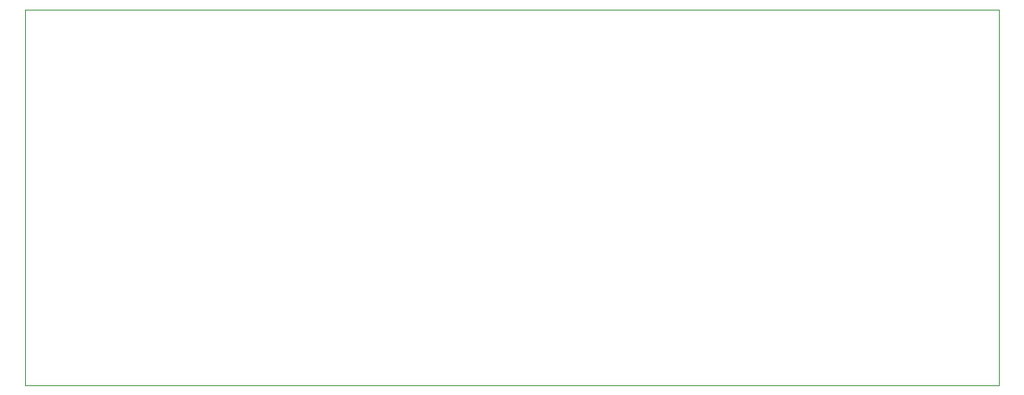
<source format=gbr>
G04 This is an RS-274x file exported by *
G04 gerbv version 2.5.0 *
G04 More information is available about gerbv at *
G04 http://gerbv.gpleda.org/ *
G04 --End of header info--*
%MOIN*%
%FSLAX23Y23*%
%IPPOS*%
G04 --Define apertures--*
%ADD10C,0.0059*%
%ADD11C,0.0118*%
%ADD12C,0.0039*%
G04 --Start main section--*
G54D12*
G01X07805Y-3220D02*
G01X07805Y-3375D01*
G01X03790Y-3220D02*
G01X07805Y-3220D01*
G01X07805Y-4769D02*
G01X07805Y-3375D01*
G01X03790Y-4769D02*
G01X07805Y-4769D01*
G01X03790Y-3220D02*
G01X03790Y-4769D01*
M02*

</source>
